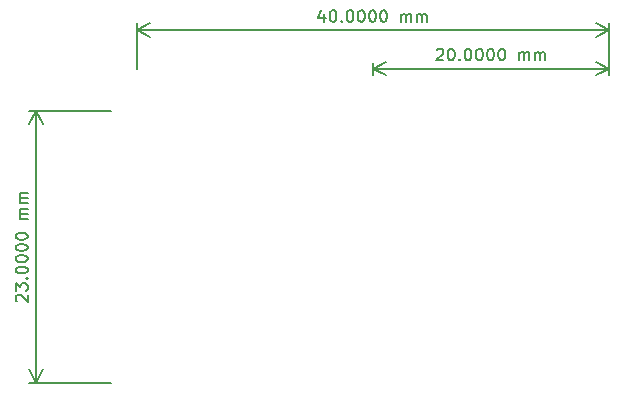
<source format=gbr>
G04 #@! TF.GenerationSoftware,KiCad,Pcbnew,7.0.6+dfsg-1*
G04 #@! TF.CreationDate,2023-08-23T13:02:18+02:00*
G04 #@! TF.ProjectId,GPDI_ULX3S,47504449-5f55-44c5-9833-532e6b696361,1.6*
G04 #@! TF.SameCoordinates,Original*
G04 #@! TF.FileFunction,OtherDrawing,Comment*
%FSLAX46Y46*%
G04 Gerber Fmt 4.6, Leading zero omitted, Abs format (unit mm)*
G04 Created by KiCad (PCBNEW 7.0.6+dfsg-1) date 2023-08-23 13:02:18*
%MOMM*%
%LPD*%
G01*
G04 APERTURE LIST*
%ADD10C,0.150000*%
G04 APERTURE END LIST*
D10*
X100350058Y-82019046D02*
X100302439Y-81971427D01*
X100302439Y-81971427D02*
X100254820Y-81876189D01*
X100254820Y-81876189D02*
X100254820Y-81638094D01*
X100254820Y-81638094D02*
X100302439Y-81542856D01*
X100302439Y-81542856D02*
X100350058Y-81495237D01*
X100350058Y-81495237D02*
X100445296Y-81447618D01*
X100445296Y-81447618D02*
X100540534Y-81447618D01*
X100540534Y-81447618D02*
X100683391Y-81495237D01*
X100683391Y-81495237D02*
X101254820Y-82066665D01*
X101254820Y-82066665D02*
X101254820Y-81447618D01*
X100254820Y-81114284D02*
X100254820Y-80495237D01*
X100254820Y-80495237D02*
X100635772Y-80828570D01*
X100635772Y-80828570D02*
X100635772Y-80685713D01*
X100635772Y-80685713D02*
X100683391Y-80590475D01*
X100683391Y-80590475D02*
X100731010Y-80542856D01*
X100731010Y-80542856D02*
X100826248Y-80495237D01*
X100826248Y-80495237D02*
X101064343Y-80495237D01*
X101064343Y-80495237D02*
X101159581Y-80542856D01*
X101159581Y-80542856D02*
X101207201Y-80590475D01*
X101207201Y-80590475D02*
X101254820Y-80685713D01*
X101254820Y-80685713D02*
X101254820Y-80971427D01*
X101254820Y-80971427D02*
X101207201Y-81066665D01*
X101207201Y-81066665D02*
X101159581Y-81114284D01*
X101159581Y-80066665D02*
X101207201Y-80019046D01*
X101207201Y-80019046D02*
X101254820Y-80066665D01*
X101254820Y-80066665D02*
X101207201Y-80114284D01*
X101207201Y-80114284D02*
X101159581Y-80066665D01*
X101159581Y-80066665D02*
X101254820Y-80066665D01*
X100254820Y-79399999D02*
X100254820Y-79304761D01*
X100254820Y-79304761D02*
X100302439Y-79209523D01*
X100302439Y-79209523D02*
X100350058Y-79161904D01*
X100350058Y-79161904D02*
X100445296Y-79114285D01*
X100445296Y-79114285D02*
X100635772Y-79066666D01*
X100635772Y-79066666D02*
X100873867Y-79066666D01*
X100873867Y-79066666D02*
X101064343Y-79114285D01*
X101064343Y-79114285D02*
X101159581Y-79161904D01*
X101159581Y-79161904D02*
X101207201Y-79209523D01*
X101207201Y-79209523D02*
X101254820Y-79304761D01*
X101254820Y-79304761D02*
X101254820Y-79399999D01*
X101254820Y-79399999D02*
X101207201Y-79495237D01*
X101207201Y-79495237D02*
X101159581Y-79542856D01*
X101159581Y-79542856D02*
X101064343Y-79590475D01*
X101064343Y-79590475D02*
X100873867Y-79638094D01*
X100873867Y-79638094D02*
X100635772Y-79638094D01*
X100635772Y-79638094D02*
X100445296Y-79590475D01*
X100445296Y-79590475D02*
X100350058Y-79542856D01*
X100350058Y-79542856D02*
X100302439Y-79495237D01*
X100302439Y-79495237D02*
X100254820Y-79399999D01*
X100254820Y-78447618D02*
X100254820Y-78352380D01*
X100254820Y-78352380D02*
X100302439Y-78257142D01*
X100302439Y-78257142D02*
X100350058Y-78209523D01*
X100350058Y-78209523D02*
X100445296Y-78161904D01*
X100445296Y-78161904D02*
X100635772Y-78114285D01*
X100635772Y-78114285D02*
X100873867Y-78114285D01*
X100873867Y-78114285D02*
X101064343Y-78161904D01*
X101064343Y-78161904D02*
X101159581Y-78209523D01*
X101159581Y-78209523D02*
X101207201Y-78257142D01*
X101207201Y-78257142D02*
X101254820Y-78352380D01*
X101254820Y-78352380D02*
X101254820Y-78447618D01*
X101254820Y-78447618D02*
X101207201Y-78542856D01*
X101207201Y-78542856D02*
X101159581Y-78590475D01*
X101159581Y-78590475D02*
X101064343Y-78638094D01*
X101064343Y-78638094D02*
X100873867Y-78685713D01*
X100873867Y-78685713D02*
X100635772Y-78685713D01*
X100635772Y-78685713D02*
X100445296Y-78638094D01*
X100445296Y-78638094D02*
X100350058Y-78590475D01*
X100350058Y-78590475D02*
X100302439Y-78542856D01*
X100302439Y-78542856D02*
X100254820Y-78447618D01*
X100254820Y-77495237D02*
X100254820Y-77399999D01*
X100254820Y-77399999D02*
X100302439Y-77304761D01*
X100302439Y-77304761D02*
X100350058Y-77257142D01*
X100350058Y-77257142D02*
X100445296Y-77209523D01*
X100445296Y-77209523D02*
X100635772Y-77161904D01*
X100635772Y-77161904D02*
X100873867Y-77161904D01*
X100873867Y-77161904D02*
X101064343Y-77209523D01*
X101064343Y-77209523D02*
X101159581Y-77257142D01*
X101159581Y-77257142D02*
X101207201Y-77304761D01*
X101207201Y-77304761D02*
X101254820Y-77399999D01*
X101254820Y-77399999D02*
X101254820Y-77495237D01*
X101254820Y-77495237D02*
X101207201Y-77590475D01*
X101207201Y-77590475D02*
X101159581Y-77638094D01*
X101159581Y-77638094D02*
X101064343Y-77685713D01*
X101064343Y-77685713D02*
X100873867Y-77733332D01*
X100873867Y-77733332D02*
X100635772Y-77733332D01*
X100635772Y-77733332D02*
X100445296Y-77685713D01*
X100445296Y-77685713D02*
X100350058Y-77638094D01*
X100350058Y-77638094D02*
X100302439Y-77590475D01*
X100302439Y-77590475D02*
X100254820Y-77495237D01*
X100254820Y-76542856D02*
X100254820Y-76447618D01*
X100254820Y-76447618D02*
X100302439Y-76352380D01*
X100302439Y-76352380D02*
X100350058Y-76304761D01*
X100350058Y-76304761D02*
X100445296Y-76257142D01*
X100445296Y-76257142D02*
X100635772Y-76209523D01*
X100635772Y-76209523D02*
X100873867Y-76209523D01*
X100873867Y-76209523D02*
X101064343Y-76257142D01*
X101064343Y-76257142D02*
X101159581Y-76304761D01*
X101159581Y-76304761D02*
X101207201Y-76352380D01*
X101207201Y-76352380D02*
X101254820Y-76447618D01*
X101254820Y-76447618D02*
X101254820Y-76542856D01*
X101254820Y-76542856D02*
X101207201Y-76638094D01*
X101207201Y-76638094D02*
X101159581Y-76685713D01*
X101159581Y-76685713D02*
X101064343Y-76733332D01*
X101064343Y-76733332D02*
X100873867Y-76780951D01*
X100873867Y-76780951D02*
X100635772Y-76780951D01*
X100635772Y-76780951D02*
X100445296Y-76733332D01*
X100445296Y-76733332D02*
X100350058Y-76685713D01*
X100350058Y-76685713D02*
X100302439Y-76638094D01*
X100302439Y-76638094D02*
X100254820Y-76542856D01*
X101254820Y-75019046D02*
X100588153Y-75019046D01*
X100683391Y-75019046D02*
X100635772Y-74971427D01*
X100635772Y-74971427D02*
X100588153Y-74876189D01*
X100588153Y-74876189D02*
X100588153Y-74733332D01*
X100588153Y-74733332D02*
X100635772Y-74638094D01*
X100635772Y-74638094D02*
X100731010Y-74590475D01*
X100731010Y-74590475D02*
X101254820Y-74590475D01*
X100731010Y-74590475D02*
X100635772Y-74542856D01*
X100635772Y-74542856D02*
X100588153Y-74447618D01*
X100588153Y-74447618D02*
X100588153Y-74304761D01*
X100588153Y-74304761D02*
X100635772Y-74209522D01*
X100635772Y-74209522D02*
X100731010Y-74161903D01*
X100731010Y-74161903D02*
X101254820Y-74161903D01*
X101254820Y-73685713D02*
X100588153Y-73685713D01*
X100683391Y-73685713D02*
X100635772Y-73638094D01*
X100635772Y-73638094D02*
X100588153Y-73542856D01*
X100588153Y-73542856D02*
X100588153Y-73399999D01*
X100588153Y-73399999D02*
X100635772Y-73304761D01*
X100635772Y-73304761D02*
X100731010Y-73257142D01*
X100731010Y-73257142D02*
X101254820Y-73257142D01*
X100731010Y-73257142D02*
X100635772Y-73209523D01*
X100635772Y-73209523D02*
X100588153Y-73114285D01*
X100588153Y-73114285D02*
X100588153Y-72971428D01*
X100588153Y-72971428D02*
X100635772Y-72876189D01*
X100635772Y-72876189D02*
X100731010Y-72828570D01*
X100731010Y-72828570D02*
X101254820Y-72828570D01*
X108300000Y-88900000D02*
X101363581Y-88900000D01*
X108300000Y-65900000D02*
X101363581Y-65900000D01*
X101950001Y-88900000D02*
X101950001Y-65900000D01*
X101950001Y-88900000D02*
X101950001Y-65900000D01*
X101950001Y-88900000D02*
X101363580Y-87773496D01*
X101950001Y-88900000D02*
X102536422Y-87773496D01*
X101950001Y-65900000D02*
X102536422Y-67026504D01*
X101950001Y-65900000D02*
X101363580Y-67026504D01*
X126357143Y-57688152D02*
X126357143Y-58354819D01*
X126119048Y-57307200D02*
X125880953Y-58021485D01*
X125880953Y-58021485D02*
X126500000Y-58021485D01*
X127071429Y-57354819D02*
X127166667Y-57354819D01*
X127166667Y-57354819D02*
X127261905Y-57402438D01*
X127261905Y-57402438D02*
X127309524Y-57450057D01*
X127309524Y-57450057D02*
X127357143Y-57545295D01*
X127357143Y-57545295D02*
X127404762Y-57735771D01*
X127404762Y-57735771D02*
X127404762Y-57973866D01*
X127404762Y-57973866D02*
X127357143Y-58164342D01*
X127357143Y-58164342D02*
X127309524Y-58259580D01*
X127309524Y-58259580D02*
X127261905Y-58307200D01*
X127261905Y-58307200D02*
X127166667Y-58354819D01*
X127166667Y-58354819D02*
X127071429Y-58354819D01*
X127071429Y-58354819D02*
X126976191Y-58307200D01*
X126976191Y-58307200D02*
X126928572Y-58259580D01*
X126928572Y-58259580D02*
X126880953Y-58164342D01*
X126880953Y-58164342D02*
X126833334Y-57973866D01*
X126833334Y-57973866D02*
X126833334Y-57735771D01*
X126833334Y-57735771D02*
X126880953Y-57545295D01*
X126880953Y-57545295D02*
X126928572Y-57450057D01*
X126928572Y-57450057D02*
X126976191Y-57402438D01*
X126976191Y-57402438D02*
X127071429Y-57354819D01*
X127833334Y-58259580D02*
X127880953Y-58307200D01*
X127880953Y-58307200D02*
X127833334Y-58354819D01*
X127833334Y-58354819D02*
X127785715Y-58307200D01*
X127785715Y-58307200D02*
X127833334Y-58259580D01*
X127833334Y-58259580D02*
X127833334Y-58354819D01*
X128500000Y-57354819D02*
X128595238Y-57354819D01*
X128595238Y-57354819D02*
X128690476Y-57402438D01*
X128690476Y-57402438D02*
X128738095Y-57450057D01*
X128738095Y-57450057D02*
X128785714Y-57545295D01*
X128785714Y-57545295D02*
X128833333Y-57735771D01*
X128833333Y-57735771D02*
X128833333Y-57973866D01*
X128833333Y-57973866D02*
X128785714Y-58164342D01*
X128785714Y-58164342D02*
X128738095Y-58259580D01*
X128738095Y-58259580D02*
X128690476Y-58307200D01*
X128690476Y-58307200D02*
X128595238Y-58354819D01*
X128595238Y-58354819D02*
X128500000Y-58354819D01*
X128500000Y-58354819D02*
X128404762Y-58307200D01*
X128404762Y-58307200D02*
X128357143Y-58259580D01*
X128357143Y-58259580D02*
X128309524Y-58164342D01*
X128309524Y-58164342D02*
X128261905Y-57973866D01*
X128261905Y-57973866D02*
X128261905Y-57735771D01*
X128261905Y-57735771D02*
X128309524Y-57545295D01*
X128309524Y-57545295D02*
X128357143Y-57450057D01*
X128357143Y-57450057D02*
X128404762Y-57402438D01*
X128404762Y-57402438D02*
X128500000Y-57354819D01*
X129452381Y-57354819D02*
X129547619Y-57354819D01*
X129547619Y-57354819D02*
X129642857Y-57402438D01*
X129642857Y-57402438D02*
X129690476Y-57450057D01*
X129690476Y-57450057D02*
X129738095Y-57545295D01*
X129738095Y-57545295D02*
X129785714Y-57735771D01*
X129785714Y-57735771D02*
X129785714Y-57973866D01*
X129785714Y-57973866D02*
X129738095Y-58164342D01*
X129738095Y-58164342D02*
X129690476Y-58259580D01*
X129690476Y-58259580D02*
X129642857Y-58307200D01*
X129642857Y-58307200D02*
X129547619Y-58354819D01*
X129547619Y-58354819D02*
X129452381Y-58354819D01*
X129452381Y-58354819D02*
X129357143Y-58307200D01*
X129357143Y-58307200D02*
X129309524Y-58259580D01*
X129309524Y-58259580D02*
X129261905Y-58164342D01*
X129261905Y-58164342D02*
X129214286Y-57973866D01*
X129214286Y-57973866D02*
X129214286Y-57735771D01*
X129214286Y-57735771D02*
X129261905Y-57545295D01*
X129261905Y-57545295D02*
X129309524Y-57450057D01*
X129309524Y-57450057D02*
X129357143Y-57402438D01*
X129357143Y-57402438D02*
X129452381Y-57354819D01*
X130404762Y-57354819D02*
X130500000Y-57354819D01*
X130500000Y-57354819D02*
X130595238Y-57402438D01*
X130595238Y-57402438D02*
X130642857Y-57450057D01*
X130642857Y-57450057D02*
X130690476Y-57545295D01*
X130690476Y-57545295D02*
X130738095Y-57735771D01*
X130738095Y-57735771D02*
X130738095Y-57973866D01*
X130738095Y-57973866D02*
X130690476Y-58164342D01*
X130690476Y-58164342D02*
X130642857Y-58259580D01*
X130642857Y-58259580D02*
X130595238Y-58307200D01*
X130595238Y-58307200D02*
X130500000Y-58354819D01*
X130500000Y-58354819D02*
X130404762Y-58354819D01*
X130404762Y-58354819D02*
X130309524Y-58307200D01*
X130309524Y-58307200D02*
X130261905Y-58259580D01*
X130261905Y-58259580D02*
X130214286Y-58164342D01*
X130214286Y-58164342D02*
X130166667Y-57973866D01*
X130166667Y-57973866D02*
X130166667Y-57735771D01*
X130166667Y-57735771D02*
X130214286Y-57545295D01*
X130214286Y-57545295D02*
X130261905Y-57450057D01*
X130261905Y-57450057D02*
X130309524Y-57402438D01*
X130309524Y-57402438D02*
X130404762Y-57354819D01*
X131357143Y-57354819D02*
X131452381Y-57354819D01*
X131452381Y-57354819D02*
X131547619Y-57402438D01*
X131547619Y-57402438D02*
X131595238Y-57450057D01*
X131595238Y-57450057D02*
X131642857Y-57545295D01*
X131642857Y-57545295D02*
X131690476Y-57735771D01*
X131690476Y-57735771D02*
X131690476Y-57973866D01*
X131690476Y-57973866D02*
X131642857Y-58164342D01*
X131642857Y-58164342D02*
X131595238Y-58259580D01*
X131595238Y-58259580D02*
X131547619Y-58307200D01*
X131547619Y-58307200D02*
X131452381Y-58354819D01*
X131452381Y-58354819D02*
X131357143Y-58354819D01*
X131357143Y-58354819D02*
X131261905Y-58307200D01*
X131261905Y-58307200D02*
X131214286Y-58259580D01*
X131214286Y-58259580D02*
X131166667Y-58164342D01*
X131166667Y-58164342D02*
X131119048Y-57973866D01*
X131119048Y-57973866D02*
X131119048Y-57735771D01*
X131119048Y-57735771D02*
X131166667Y-57545295D01*
X131166667Y-57545295D02*
X131214286Y-57450057D01*
X131214286Y-57450057D02*
X131261905Y-57402438D01*
X131261905Y-57402438D02*
X131357143Y-57354819D01*
X132880953Y-58354819D02*
X132880953Y-57688152D01*
X132880953Y-57783390D02*
X132928572Y-57735771D01*
X132928572Y-57735771D02*
X133023810Y-57688152D01*
X133023810Y-57688152D02*
X133166667Y-57688152D01*
X133166667Y-57688152D02*
X133261905Y-57735771D01*
X133261905Y-57735771D02*
X133309524Y-57831009D01*
X133309524Y-57831009D02*
X133309524Y-58354819D01*
X133309524Y-57831009D02*
X133357143Y-57735771D01*
X133357143Y-57735771D02*
X133452381Y-57688152D01*
X133452381Y-57688152D02*
X133595238Y-57688152D01*
X133595238Y-57688152D02*
X133690477Y-57735771D01*
X133690477Y-57735771D02*
X133738096Y-57831009D01*
X133738096Y-57831009D02*
X133738096Y-58354819D01*
X134214286Y-58354819D02*
X134214286Y-57688152D01*
X134214286Y-57783390D02*
X134261905Y-57735771D01*
X134261905Y-57735771D02*
X134357143Y-57688152D01*
X134357143Y-57688152D02*
X134500000Y-57688152D01*
X134500000Y-57688152D02*
X134595238Y-57735771D01*
X134595238Y-57735771D02*
X134642857Y-57831009D01*
X134642857Y-57831009D02*
X134642857Y-58354819D01*
X134642857Y-57831009D02*
X134690476Y-57735771D01*
X134690476Y-57735771D02*
X134785714Y-57688152D01*
X134785714Y-57688152D02*
X134928571Y-57688152D01*
X134928571Y-57688152D02*
X135023810Y-57735771D01*
X135023810Y-57735771D02*
X135071429Y-57831009D01*
X135071429Y-57831009D02*
X135071429Y-58354819D01*
X110500000Y-62300000D02*
X110500000Y-58463580D01*
X150500000Y-62300000D02*
X150500000Y-58463580D01*
X110500000Y-59050000D02*
X150500000Y-59050000D01*
X110500000Y-59050000D02*
X150500000Y-59050000D01*
X110500000Y-59050000D02*
X111626504Y-58463579D01*
X110500000Y-59050000D02*
X111626504Y-59636421D01*
X150500000Y-59050000D02*
X149373496Y-59636421D01*
X150500000Y-59050000D02*
X149373496Y-58463579D01*
X135880953Y-60700057D02*
X135928572Y-60652438D01*
X135928572Y-60652438D02*
X136023810Y-60604819D01*
X136023810Y-60604819D02*
X136261905Y-60604819D01*
X136261905Y-60604819D02*
X136357143Y-60652438D01*
X136357143Y-60652438D02*
X136404762Y-60700057D01*
X136404762Y-60700057D02*
X136452381Y-60795295D01*
X136452381Y-60795295D02*
X136452381Y-60890533D01*
X136452381Y-60890533D02*
X136404762Y-61033390D01*
X136404762Y-61033390D02*
X135833334Y-61604819D01*
X135833334Y-61604819D02*
X136452381Y-61604819D01*
X137071429Y-60604819D02*
X137166667Y-60604819D01*
X137166667Y-60604819D02*
X137261905Y-60652438D01*
X137261905Y-60652438D02*
X137309524Y-60700057D01*
X137309524Y-60700057D02*
X137357143Y-60795295D01*
X137357143Y-60795295D02*
X137404762Y-60985771D01*
X137404762Y-60985771D02*
X137404762Y-61223866D01*
X137404762Y-61223866D02*
X137357143Y-61414342D01*
X137357143Y-61414342D02*
X137309524Y-61509580D01*
X137309524Y-61509580D02*
X137261905Y-61557200D01*
X137261905Y-61557200D02*
X137166667Y-61604819D01*
X137166667Y-61604819D02*
X137071429Y-61604819D01*
X137071429Y-61604819D02*
X136976191Y-61557200D01*
X136976191Y-61557200D02*
X136928572Y-61509580D01*
X136928572Y-61509580D02*
X136880953Y-61414342D01*
X136880953Y-61414342D02*
X136833334Y-61223866D01*
X136833334Y-61223866D02*
X136833334Y-60985771D01*
X136833334Y-60985771D02*
X136880953Y-60795295D01*
X136880953Y-60795295D02*
X136928572Y-60700057D01*
X136928572Y-60700057D02*
X136976191Y-60652438D01*
X136976191Y-60652438D02*
X137071429Y-60604819D01*
X137833334Y-61509580D02*
X137880953Y-61557200D01*
X137880953Y-61557200D02*
X137833334Y-61604819D01*
X137833334Y-61604819D02*
X137785715Y-61557200D01*
X137785715Y-61557200D02*
X137833334Y-61509580D01*
X137833334Y-61509580D02*
X137833334Y-61604819D01*
X138500000Y-60604819D02*
X138595238Y-60604819D01*
X138595238Y-60604819D02*
X138690476Y-60652438D01*
X138690476Y-60652438D02*
X138738095Y-60700057D01*
X138738095Y-60700057D02*
X138785714Y-60795295D01*
X138785714Y-60795295D02*
X138833333Y-60985771D01*
X138833333Y-60985771D02*
X138833333Y-61223866D01*
X138833333Y-61223866D02*
X138785714Y-61414342D01*
X138785714Y-61414342D02*
X138738095Y-61509580D01*
X138738095Y-61509580D02*
X138690476Y-61557200D01*
X138690476Y-61557200D02*
X138595238Y-61604819D01*
X138595238Y-61604819D02*
X138500000Y-61604819D01*
X138500000Y-61604819D02*
X138404762Y-61557200D01*
X138404762Y-61557200D02*
X138357143Y-61509580D01*
X138357143Y-61509580D02*
X138309524Y-61414342D01*
X138309524Y-61414342D02*
X138261905Y-61223866D01*
X138261905Y-61223866D02*
X138261905Y-60985771D01*
X138261905Y-60985771D02*
X138309524Y-60795295D01*
X138309524Y-60795295D02*
X138357143Y-60700057D01*
X138357143Y-60700057D02*
X138404762Y-60652438D01*
X138404762Y-60652438D02*
X138500000Y-60604819D01*
X139452381Y-60604819D02*
X139547619Y-60604819D01*
X139547619Y-60604819D02*
X139642857Y-60652438D01*
X139642857Y-60652438D02*
X139690476Y-60700057D01*
X139690476Y-60700057D02*
X139738095Y-60795295D01*
X139738095Y-60795295D02*
X139785714Y-60985771D01*
X139785714Y-60985771D02*
X139785714Y-61223866D01*
X139785714Y-61223866D02*
X139738095Y-61414342D01*
X139738095Y-61414342D02*
X139690476Y-61509580D01*
X139690476Y-61509580D02*
X139642857Y-61557200D01*
X139642857Y-61557200D02*
X139547619Y-61604819D01*
X139547619Y-61604819D02*
X139452381Y-61604819D01*
X139452381Y-61604819D02*
X139357143Y-61557200D01*
X139357143Y-61557200D02*
X139309524Y-61509580D01*
X139309524Y-61509580D02*
X139261905Y-61414342D01*
X139261905Y-61414342D02*
X139214286Y-61223866D01*
X139214286Y-61223866D02*
X139214286Y-60985771D01*
X139214286Y-60985771D02*
X139261905Y-60795295D01*
X139261905Y-60795295D02*
X139309524Y-60700057D01*
X139309524Y-60700057D02*
X139357143Y-60652438D01*
X139357143Y-60652438D02*
X139452381Y-60604819D01*
X140404762Y-60604819D02*
X140500000Y-60604819D01*
X140500000Y-60604819D02*
X140595238Y-60652438D01*
X140595238Y-60652438D02*
X140642857Y-60700057D01*
X140642857Y-60700057D02*
X140690476Y-60795295D01*
X140690476Y-60795295D02*
X140738095Y-60985771D01*
X140738095Y-60985771D02*
X140738095Y-61223866D01*
X140738095Y-61223866D02*
X140690476Y-61414342D01*
X140690476Y-61414342D02*
X140642857Y-61509580D01*
X140642857Y-61509580D02*
X140595238Y-61557200D01*
X140595238Y-61557200D02*
X140500000Y-61604819D01*
X140500000Y-61604819D02*
X140404762Y-61604819D01*
X140404762Y-61604819D02*
X140309524Y-61557200D01*
X140309524Y-61557200D02*
X140261905Y-61509580D01*
X140261905Y-61509580D02*
X140214286Y-61414342D01*
X140214286Y-61414342D02*
X140166667Y-61223866D01*
X140166667Y-61223866D02*
X140166667Y-60985771D01*
X140166667Y-60985771D02*
X140214286Y-60795295D01*
X140214286Y-60795295D02*
X140261905Y-60700057D01*
X140261905Y-60700057D02*
X140309524Y-60652438D01*
X140309524Y-60652438D02*
X140404762Y-60604819D01*
X141357143Y-60604819D02*
X141452381Y-60604819D01*
X141452381Y-60604819D02*
X141547619Y-60652438D01*
X141547619Y-60652438D02*
X141595238Y-60700057D01*
X141595238Y-60700057D02*
X141642857Y-60795295D01*
X141642857Y-60795295D02*
X141690476Y-60985771D01*
X141690476Y-60985771D02*
X141690476Y-61223866D01*
X141690476Y-61223866D02*
X141642857Y-61414342D01*
X141642857Y-61414342D02*
X141595238Y-61509580D01*
X141595238Y-61509580D02*
X141547619Y-61557200D01*
X141547619Y-61557200D02*
X141452381Y-61604819D01*
X141452381Y-61604819D02*
X141357143Y-61604819D01*
X141357143Y-61604819D02*
X141261905Y-61557200D01*
X141261905Y-61557200D02*
X141214286Y-61509580D01*
X141214286Y-61509580D02*
X141166667Y-61414342D01*
X141166667Y-61414342D02*
X141119048Y-61223866D01*
X141119048Y-61223866D02*
X141119048Y-60985771D01*
X141119048Y-60985771D02*
X141166667Y-60795295D01*
X141166667Y-60795295D02*
X141214286Y-60700057D01*
X141214286Y-60700057D02*
X141261905Y-60652438D01*
X141261905Y-60652438D02*
X141357143Y-60604819D01*
X142880953Y-61604819D02*
X142880953Y-60938152D01*
X142880953Y-61033390D02*
X142928572Y-60985771D01*
X142928572Y-60985771D02*
X143023810Y-60938152D01*
X143023810Y-60938152D02*
X143166667Y-60938152D01*
X143166667Y-60938152D02*
X143261905Y-60985771D01*
X143261905Y-60985771D02*
X143309524Y-61081009D01*
X143309524Y-61081009D02*
X143309524Y-61604819D01*
X143309524Y-61081009D02*
X143357143Y-60985771D01*
X143357143Y-60985771D02*
X143452381Y-60938152D01*
X143452381Y-60938152D02*
X143595238Y-60938152D01*
X143595238Y-60938152D02*
X143690477Y-60985771D01*
X143690477Y-60985771D02*
X143738096Y-61081009D01*
X143738096Y-61081009D02*
X143738096Y-61604819D01*
X144214286Y-61604819D02*
X144214286Y-60938152D01*
X144214286Y-61033390D02*
X144261905Y-60985771D01*
X144261905Y-60985771D02*
X144357143Y-60938152D01*
X144357143Y-60938152D02*
X144500000Y-60938152D01*
X144500000Y-60938152D02*
X144595238Y-60985771D01*
X144595238Y-60985771D02*
X144642857Y-61081009D01*
X144642857Y-61081009D02*
X144642857Y-61604819D01*
X144642857Y-61081009D02*
X144690476Y-60985771D01*
X144690476Y-60985771D02*
X144785714Y-60938152D01*
X144785714Y-60938152D02*
X144928571Y-60938152D01*
X144928571Y-60938152D02*
X145023810Y-60985771D01*
X145023810Y-60985771D02*
X145071429Y-61081009D01*
X145071429Y-61081009D02*
X145071429Y-61604819D01*
X130500000Y-61800000D02*
X130500000Y-62886420D01*
X150500000Y-61800000D02*
X150500000Y-62886420D01*
X130500000Y-62300000D02*
X150500000Y-62300000D01*
X130500000Y-62300000D02*
X150500000Y-62300000D01*
X130500000Y-62300000D02*
X131626504Y-61713579D01*
X130500000Y-62300000D02*
X131626504Y-62886421D01*
X150500000Y-62300000D02*
X149373496Y-62886421D01*
X150500000Y-62300000D02*
X149373496Y-61713579D01*
M02*

</source>
